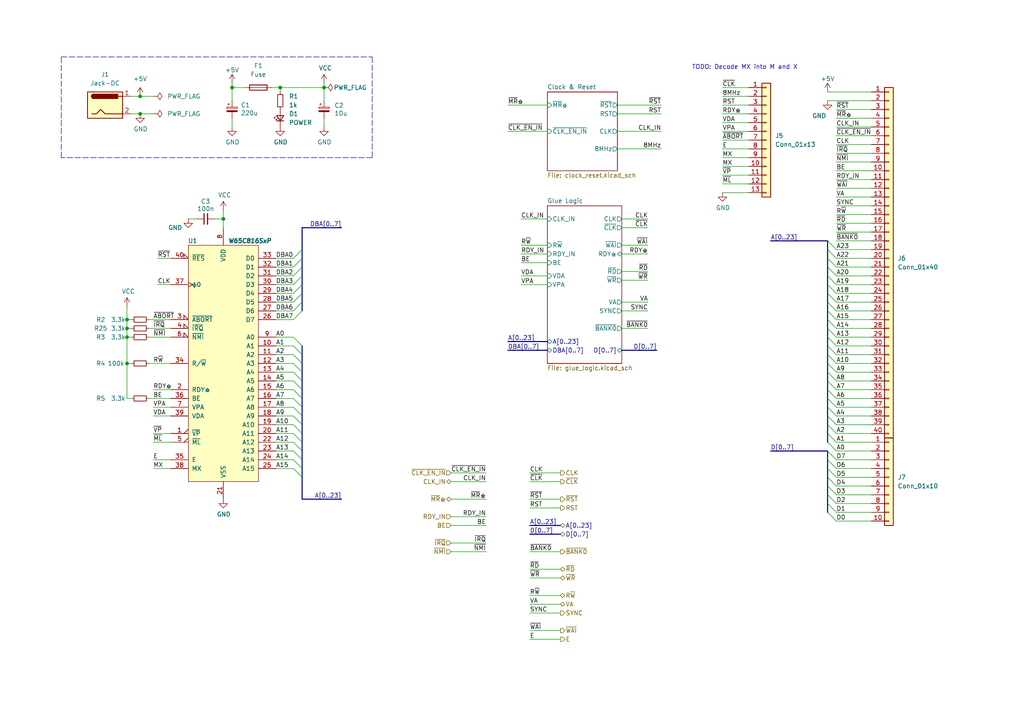
<source format=kicad_sch>
(kicad_sch (version 20211123) (generator eeschema)
  (paper "A4")
  (title_block (title "CPU breakout board") (date "2022-07-04") (rev "A.24") (comment 2 "https://github.com/adrienkohlbecker/65C816") (comment 3 "Licensed under CERN-OHL-W v2") (comment 4 "Copyright © 2022 Adrien Kohlbecker"))
  (lib_symbols
    (symbol "65C816:W65C816SxP" (pin_names (offset 1.016))
      (property "Reference" "U" (at -10.16 35.56 0))
      (property "Value" "W65C816SxP" (at 0 0 90))
      (symbol "W65C816SxP_0_1"
        (rectangle (start -10.16 34.29) (end 10.16 -34.29) (fill (type background)))
      )
      (symbol "W65C816SxP_1_1"
        (pin output output_low (at -15.24 -20.32 0) (length 5.08) (name "~{VP}") (number "1"))
        (pin tri_state line (at 15.24 5.08 180) (length 5.08) (name "A1") (number "10"))
        (pin tri_state line (at 15.24 2.54 180) (length 5.08) (name "A2") (number "11"))
        (pin tri_state line (at 15.24 0 180) (length 5.08) (name "A3") (number "12"))
        (pin tri_state line (at 15.24 -2.54 180) (length 5.08) (name "A4") (number "13"))
        (pin tri_state line (at 15.24 -5.08 180) (length 5.08) (name "A5") (number "14"))
        (pin tri_state line (at 15.24 -7.62 180) (length 5.08) (name "A6") (number "15"))
        (pin tri_state line (at 15.24 -10.16 180) (length 5.08) (name "A7") (number "16"))
        (pin tri_state line (at 15.24 -12.7 180) (length 5.08) (name "A8") (number "17"))
        (pin tri_state line (at 15.24 -15.24 180) (length 5.08) (name "A9") (number "18"))
        (pin tri_state line (at 15.24 -17.78 180) (length 5.08) (name "A10") (number "19"))
        (pin open_collector line (at -15.24 -7.62 0) (length 5.08) (name "RDY⎒") (number "2"))
        (pin tri_state line (at 15.24 -20.32 180) (length 5.08) (name "A11") (number "20"))
        (pin power_in line (at 0 -39.37 90) (length 5.08) (name "VSS") (number "21"))
        (pin tri_state line (at 15.24 -22.86 180) (length 5.08) (name "A12") (number "22"))
        (pin tri_state line (at 15.24 -25.4 180) (length 5.08) (name "A13") (number "23"))
        (pin tri_state line (at 15.24 -27.94 180) (length 5.08) (name "A14") (number "24"))
        (pin tri_state line (at 15.24 -30.48 180) (length 5.08) (name "A15") (number "25"))
        (pin bidirectional line (at 15.24 12.7 180) (length 5.08) (name "D7") (number "26"))
        (pin bidirectional line (at 15.24 15.24 180) (length 5.08) (name "D6") (number "27"))
        (pin bidirectional line (at 15.24 17.78 180) (length 5.08) (name "D5") (number "28"))
        (pin bidirectional line (at 15.24 20.32 180) (length 5.08) (name "D4") (number "29"))
        (pin input input_low (at -15.24 12.7 0) (length 5.08) (name "~{ABORT}") (number "3"))
        (pin bidirectional line (at 15.24 22.86 180) (length 5.08) (name "D3") (number "30"))
        (pin bidirectional line (at 15.24 25.4 180) (length 5.08) (name "D2") (number "31"))
        (pin bidirectional line (at 15.24 27.94 180) (length 5.08) (name "D1") (number "32"))
        (pin bidirectional line (at 15.24 30.48 180) (length 5.08) (name "D0") (number "33"))
        (pin tri_state line (at -15.24 0 0) (length 5.08) (name "R/~{W}") (number "34"))
        (pin output line (at -15.24 -27.94 0) (length 5.08) (name "E") (number "35"))
        (pin input line (at -15.24 -10.16 0) (length 5.08) (name "BE") (number "36"))
        (pin input clock (at -15.24 22.86 0) (length 5.08) (name "ϕ0") (number "37"))
        (pin output line (at -15.24 -30.48 0) (length 5.08) (name "MX") (number "38"))
        (pin output line (at -15.24 -15.24 0) (length 5.08) (name "VDA") (number "39"))
        (pin input input_low (at -15.24 10.16 0) (length 5.08) (name "~{IRQ}") (number "4"))
        (pin input input_low (at -15.24 30.48 0) (length 5.08) (name "~{RES}") (number "40"))
        (pin output output_low (at -15.24 -22.86 0) (length 5.08) (name "~{ML}") (number "5"))
        (pin input input_low (at -15.24 7.62 0) (length 5.08) (name "~{NMI}") (number "6"))
        (pin output line (at -15.24 -12.7 0) (length 5.08) (name "VPA") (number "7"))
        (pin power_in line (at 0 39.37 270) (length 5.08) (name "VDD") (number "8"))
        (pin tri_state line (at 15.24 7.62 180) (length 5.08) (name "A0") (number "9"))
      )
    )
    (symbol "Connector:Jack-DC" (pin_names (offset 1.016))
      (property "Reference" "J" (at 0 5.334 0))
      (property "Value" "Jack-DC" (at 0 -5.08 0))
      (symbol "Jack-DC_0_1"
        (rectangle (start -5.08 3.81) (end 5.08 -3.81) (stroke (width 0.254)) (fill (type background)))
        (arc (start -3.302 3.175) (mid -3.937 2.54) (end -3.302 1.905) (stroke (width 0.254)))
        (arc (start -3.302 3.175) (mid -3.937 2.54) (end -3.302 1.905) (stroke (width 0.254)) (fill (type outline)))
        (polyline (pts (xy 5.08 2.54) (xy 3.81 2.54)) (stroke (width 0.254)))
        (polyline (pts (xy -3.81 -2.54) (xy -2.54 -2.54) (xy -1.27 -1.27) (xy 0 -2.54) (xy 2.54 -2.54) (xy 5.08 -2.54)) (stroke (width 0.254)))
        (rectangle (start 3.683 3.175) (end -3.302 1.905) (stroke (width 0.254)) (fill (type outline)))
      )
      (symbol "Jack-DC_1_1"
        (pin passive line (at 7.62 2.54 180) (length 2.54) (name "~") (number "1"))
        (pin passive line (at 7.62 -2.54 180) (length 2.54) (name "~") (number "2"))
      )
    )
    (symbol "Connector_Generic:Conn_01x10" (pin_names (offset 1.016) hide)
      (property "Reference" "J" (at 0 12.7 0))
      (property "Value" "Conn_01x10" (at 0 -15.24 0))
      (symbol "Conn_01x10_1_1"
        (rectangle (start -1.27 -12.573) (end 0 -12.827) (stroke (width 0.1524)))
        (rectangle (start -1.27 -10.033) (end 0 -10.287) (stroke (width 0.1524)))
        (rectangle (start -1.27 -7.493) (end 0 -7.747) (stroke (width 0.1524)))
        (rectangle (start -1.27 -4.953) (end 0 -5.207) (stroke (width 0.1524)))
        (rectangle (start -1.27 -2.413) (end 0 -2.667) (stroke (width 0.1524)))
        (rectangle (start -1.27 0.127) (end 0 -0.127) (stroke (width 0.1524)))
        (rectangle (start -1.27 2.667) (end 0 2.413) (stroke (width 0.1524)))
        (rectangle (start -1.27 5.207) (end 0 4.953) (stroke (width 0.1524)))
        (rectangle (start -1.27 7.747) (end 0 7.493) (stroke (width 0.1524)))
        (rectangle (start -1.27 10.287) (end 0 10.033) (stroke (width 0.1524)))
        (rectangle (start -1.27 11.43) (end 1.27 -13.97) (stroke (width 0.254)) (fill (type background)))
        (pin passive line (at -5.08 10.16 0) (length 3.81) (name "Pin_1") (number "1"))
        (pin passive line (at -5.08 -12.7 0) (length 3.81) (name "Pin_10") (number "10"))
        (pin passive line (at -5.08 7.62 0) (length 3.81) (name "Pin_2") (number "2"))
        (pin passive line (at -5.08 5.08 0) (length 3.81) (name "Pin_3") (number "3"))
        (pin passive line (at -5.08 2.54 0) (length 3.81) (name "Pin_4") (number "4"))
        (pin passive line (at -5.08 0 0) (length 3.81) (name "Pin_5") (number "5"))
        (pin passive line (at -5.08 -2.54 0) (length 3.81) (name "Pin_6") (number "6"))
        (pin passive line (at -5.08 -5.08 0) (length 3.81) (name "Pin_7") (number "7"))
        (pin passive line (at -5.08 -7.62 0) (length 3.81) (name "Pin_8") (number "8"))
        (pin passive line (at -5.08 -10.16 0) (length 3.81) (name "Pin_9") (number "9"))
      )
    )
    (symbol "Connector_Generic:Conn_01x13" (pin_names (offset 1.016) hide)
      (property "Reference" "J" (at 0 17.78 0))
      (property "Value" "Conn_01x13" (at 0 -17.78 0))
      (symbol "Conn_01x13_1_1"
        (rectangle (start -1.27 -15.113) (end 0 -15.367) (stroke (width 0.1524)))
        (rectangle (start -1.27 -12.573) (end 0 -12.827) (stroke (width 0.1524)))
        (rectangle (start -1.27 -10.033) (end 0 -10.287) (stroke (width 0.1524)))
        (rectangle (start -1.27 -7.493) (end 0 -7.747) (stroke (width 0.1524)))
        (rectangle (start -1.27 -4.953) (end 0 -5.207) (stroke (width 0.1524)))
        (rectangle (start -1.27 -2.413) (end 0 -2.667) (stroke (width 0.1524)))
        (rectangle (start -1.27 0.127) (end 0 -0.127) (stroke (width 0.1524)))
        (rectangle (start -1.27 2.667) (end 0 2.413) (stroke (width 0.1524)))
        (rectangle (start -1.27 5.207) (end 0 4.953) (stroke (width 0.1524)))
        (rectangle (start -1.27 7.747) (end 0 7.493) (stroke (width 0.1524)))
        (rectangle (start -1.27 10.287) (end 0 10.033) (stroke (width 0.1524)))
        (rectangle (start -1.27 12.827) (end 0 12.573) (stroke (width 0.1524)))
        (rectangle (start -1.27 15.367) (end 0 15.113) (stroke (width 0.1524)))
        (rectangle (start -1.27 16.51) (end 1.27 -16.51) (stroke (width 0.254)) (fill (type background)))
        (pin passive line (at -5.08 15.24 0) (length 3.81) (name "Pin_1") (number "1"))
        (pin passive line (at -5.08 -7.62 0) (length 3.81) (name "Pin_10") (number "10"))
        (pin passive line (at -5.08 -10.16 0) (length 3.81) (name "Pin_11") (number "11"))
        (pin passive line (at -5.08 -12.7 0) (length 3.81) (name "Pin_12") (number "12"))
        (pin passive line (at -5.08 -15.24 0) (length 3.81) (name "Pin_13") (number "13"))
        (pin passive line (at -5.08 12.7 0) (length 3.81) (name "Pin_2") (number "2"))
        (pin passive line (at -5.08 10.16 0) (length 3.81) (name "Pin_3") (number "3"))
        (pin passive line (at -5.08 7.62 0) (length 3.81) (name "Pin_4") (number "4"))
        (pin passive line (at -5.08 5.08 0) (length 3.81) (name "Pin_5") (number "5"))
        (pin passive line (at -5.08 2.54 0) (length 3.81) (name "Pin_6") (number "6"))
        (pin passive line (at -5.08 0 0) (length 3.81) (name "Pin_7") (number "7"))
        (pin passive line (at -5.08 -2.54 0) (length 3.81) (name "Pin_8") (number "8"))
        (pin passive line (at -5.08 -5.08 0) (length 3.81) (name "Pin_9") (number "9"))
      )
    )
    (symbol "Connector_Generic:Conn_01x40" (pin_names (offset 1.016) hide)
      (property "Reference" "J" (at 0 50.8 0))
      (property "Value" "Conn_01x40" (at 0 -53.34 0))
      (symbol "Conn_01x40_1_1"
        (rectangle (start -1.27 -50.673) (end 0 -50.927) (stroke (width 0.1524)))
        (rectangle (start -1.27 -48.133) (end 0 -48.387) (stroke (width 0.1524)))
        (rectangle (start -1.27 -45.593) (end 0 -45.847) (stroke (width 0.1524)))
        (rectangle (start -1.27 -43.053) (end 0 -43.307) (stroke (width 0.1524)))
        (rectangle (start -1.27 -40.513) (end 0 -40.767) (stroke (width 0.1524)))
        (rectangle (start -1.27 -37.973) (end 0 -38.227) (stroke (width 0.1524)))
        (rectangle (start -1.27 -35.433) (end 0 -35.687) (stroke (width 0.1524)))
        (rectangle (start -1.27 -32.893) (end 0 -33.147) (stroke (width 0.1524)))
        (rectangle (start -1.27 -30.353) (end 0 -30.607) (stroke (width 0.1524)))
        (rectangle (start -1.27 -27.813) (end 0 -28.067) (stroke (width 0.1524)))
        (rectangle (start -1.27 -25.273) (end 0 -25.527) (stroke (width 0.1524)))
        (rectangle (start -1.27 -22.733) (end 0 -22.987) (stroke (width 0.1524)))
        (rectangle (start -1.27 -20.193) (end 0 -20.447) (stroke (width 0.1524)))
        (rectangle (start -1.27 -17.653) (end 0 -17.907) (stroke (width 0.1524)))
        (rectangle (start -1.27 -15.113) (end 0 -15.367) (stroke (width 0.1524)))
        (rectangle (start -1.27 -12.573) (end 0 -12.827) (stroke (width 0.1524)))
        (rectangle (start -1.27 -10.033) (end 0 -10.287) (stroke (width 0.1524)))
        (rectangle (start -1.27 -7.493) (end 0 -7.747) (stroke (width 0.1524)))
        (rectangle (start -1.27 -4.953) (end 0 -5.207) (stroke (width 0.1524)))
        (rectangle (start -1.27 -2.413) (end 0 -2.667) (stroke (width 0.1524)))
        (rectangle (start -1.27 0.127) (end 0 -0.127) (stroke (width 0.1524)))
        (rectangle (start -1.27 2.667) (end 0 2.413) (stroke (width 0.1524)))
        (rectangle (start -1.27 5.207) (end 0 4.953) (stroke (width 0.1524)))
        (rectangle (start -1.27 7.747) (end 0 7.493) (stroke (width 0.1524)))
        (rectangle (start -1.27 10.287) (end 0 10.033) (stroke (width 0.1524)))
        (rectangle (start -1.27 12.827) (end 0 12.573) (stroke (width 0.1524)))
        (rectangle (start -1.27 15.367) (end 0 15.113) (stroke (width 0.1524)))
        (rectangle (start -1.27 17.907) (end 0 17.653) (stroke (width 0.1524)))
        (rectangle (start -1.27 20.447) (end 0 20.193) (stroke (width 0.1524)))
        (rectangle (start -1.27 22.987) (end 0 22.733) (stroke (width 0.1524)))
        (rectangle (start -1.27 25.527) (end 0 25.273) (stroke (width 0.1524)))
        (rectangle (start -1.27 28.067) (end 0 27.813) (stroke (width 0.1524)))
        (rectangle (start -1.27 30.607) (end 0 30.353) (stroke (width 0.1524)))
        (rectangle (start -1.27 33.147) (end 0 32.893) (stroke (width 0.1524)))
        (rectangle (start -1.27 35.687) (end 0 35.433) (stroke (width 0.1524)))
        (rectangle (start -1.27 38.227) (end 0 37.973) (stroke (width 0.1524)))
        (rectangle (start -1.27 40.767) (end 0 40.513) (stroke (width 0.1524)))
        (rectangle (start -1.27 43.307) (end 0 43.053) (stroke (width 0.1524)))
        (rectangle (start -1.27 45.847) (end 0 45.593) (stroke (width 0.1524)))
        (rectangle (start -1.27 48.387) (end 0 48.133) (stroke (width 0.1524)))
        (rectangle (start -1.27 49.53) (end 1.27 -52.07) (stroke (width 0.254)) (fill (type background)))
        (pin passive line (at -5.08 48.26 0) (length 3.81) (name "Pin_1") (number "1"))
        (pin passive line (at -5.08 25.4 0) (length 3.81) (name "Pin_10") (number "10"))
        (pin passive line (at -5.08 22.86 0) (length 3.81) (name "Pin_11") (number "11"))
        (pin passive line (at -5.08 20.32 0) (length 3.81) (name "Pin_12") (number "12"))
        (pin passive line (at -5.08 17.78 0) (length 3.81) (name "Pin_13") (number "13"))
        (pin passive line (at -5.08 15.24 0) (length 3.81) (name "Pin_14") (number "14"))
        (pin passive line (at -5.08 12.7 0) (length 3.81) (name "Pin_15") (number "15"))
        (pin passive line (at -5.08 10.16 0) (length 3.81) (name "Pin_16") (number "16"))
        (pin passive line (at -5.08 7.62 0) (length 3.81) (name "Pin_17") (number "17"))
        (pin passive line (at -5.08 5.08 0) (length 3.81) (name "Pin_18") (number "18"))
        (pin passive line (at -5.08 2.54 0) (length 3.81) (name "Pin_19") (number "19"))
        (pin passive line (at -5.08 45.72 0) (length 3.81) (name "Pin_2") (number "2"))
        (pin passive line (at -5.08 0 0) (length 3.81) (name "Pin_20") (number "20"))
        (pin passive line (at -5.08 -2.54 0) (length 3.81) (name "Pin_21") (number "21"))
        (pin passive line (at -5.08 -5.08 0) (length 3.81) (name "Pin_22") (number "22"))
        (pin passive line (at -5.08 -7.62 0) (length 3.81) (name "Pin_23") (number "23"))
        (pin passive line (at -5.08 -10.16 0) (length 3.81) (name "Pin_24") (number "24"))
        (pin passive line (at -5.08 -12.7 0) (length 3.81) (name "Pin_25") (number "25"))
        (pin passive line (at -5.08 -15.24 0) (length 3.81) (name "Pin_26") (number "26"))
        (pin passive line (at -5.08 -17.78 0) (length 3.81) (name "Pin_27") (number "27"))
        (pin passive line (at -5.08 -20.32 0) (length 3.81) (name "Pin_28") (number "28"))
        (pin passive line (at -5.08 -22.86 0) (length 3.81) (name "Pin_29") (number "29"))
        (pin passive line (at -5.08 43.18 0) (length 3.81) (name "Pin_3") (number "3"))
        (pin passive line (at -5.08 -25.4 0) (length 3.81) (name "Pin_30") (number "30"))
        (pin passive line (at -5.08 -27.94 0) (length 3.81) (name "Pin_31") (number "31"))
        (pin passive line (at -5.08 -30.48 0) (length 3.81) (name "Pin_32") (number "32"))
        (pin passive line (at -5.08 -33.02 0) (length 3.81) (name "Pin_33") (number "33"))
        (pin passive line (at -5.08 -35.56 0) (length 3.81) (name "Pin_34") (number "34"))
        (pin passive line (at -5.08 -38.1 0) (length 3.81) (name "Pin_35") (number "35"))
        (pin passive line (at -5.08 -40.64 0) (length 3.81) (name "Pin_36") (number "36"))
        (pin passive line (at -5.08 -43.18 0) (length 3.81) (name "Pin_37") (number "37"))
        (pin passive line (at -5.08 -45.72 0) (length 3.81) (name "Pin_38") (number "38"))
        (pin passive line (at -5.08 -48.26 0) (length 3.81) (name "Pin_39") (number "39"))
        (pin passive line (at -5.08 40.64 0) (length 3.81) (name "Pin_4") (number "4"))
        (pin passive line (at -5.08 -50.8 0) (length 3.81) (name "Pin_40") (number "40"))
        (pin passive line (at -5.08 38.1 0) (length 3.81) (name "Pin_5") (number "5"))
        (pin passive line (at -5.08 35.56 0) (length 3.81) (name "Pin_6") (number "6"))
        (pin passive line (at -5.08 33.02 0) (length 3.81) (name "Pin_7") (number "7"))
        (pin passive line (at -5.08 30.48 0) (length 3.81) (name "Pin_8") (number "8"))
        (pin passive line (at -5.08 27.94 0) (length 3.81) (name "Pin_9") (number "9"))
      )
    )
    (symbol "Device:C_Polarized_Small" (pin_numbers hide) (pin_names (offset 0.254) hide)
      (property "Reference" "C" (at 0.254 1.778 0))
      (property "Value" "C_Polarized_Small" (at 0.254 -2.032 0))
      (symbol "C_Polarized_Small_0_1"
        (rectangle (start -1.524 -0.3048) (end 1.524 -0.6858) (fill (type outline)))
        (rectangle (start -1.524 0.6858) (end 1.524 0.3048))
        (polyline (pts (xy -1.27 1.524) (xy -0.762 1.524)))
        (polyline (pts (xy -1.016 1.27) (xy -1.016 1.778)))
      )
      (symbol "C_Polarized_Small_1_1"
        (pin passive line (at 0 2.54 270) (length 1.8542) (name "~") (number "1"))
        (pin passive line (at 0 -2.54 90) (length 1.8542) (name "~") (number "2"))
      )
    )
    (symbol "Device:C_Small" (pin_numbers hide) (pin_names (offset 0.254) hide)
      (property "Reference" "C" (at 0.254 1.778 0))
      (property "Value" "C_Small" (at 0.254 -2.032 0))
      (symbol "C_Small_0_1"
        (polyline (pts (xy -1.524 -0.508) (xy 1.524 -0.508)) (stroke (width 0.3302)))
        (polyline (pts (xy -1.524 0.508) (xy 1.524 0.508)) (stroke (width 0.3048)))
      )
      (symbol "C_Small_1_1"
        (pin passive line (at 0 2.54 270) (length 2.032) (name "~") (number "1"))
        (pin passive line (at 0 -2.54 90) (length 2.032) (name "~") (number "2"))
      )
    )
    (symbol "Device:Fuse" (pin_numbers hide) (pin_names (offset 0))
      (property "Reference" "F" (at 2.032 0 90))
      (property "Value" "Fuse" (at -1.905 0 90))
      (symbol "Fuse_0_1"
        (rectangle (start -0.762 -2.54) (end 0.762 2.54) (stroke (width 0.254)))
        (polyline (pts (xy 0 2.54) (xy 0 -2.54)))
      )
      (symbol "Fuse_1_1"
        (pin passive line (at 0 3.81 270) (length 1.27) (name "~") (number "1"))
        (pin passive line (at 0 -3.81 90) (length 1.27) (name "~") (number "2"))
      )
    )
    (symbol "Device:LED_Small" (pin_numbers hide) (pin_names (offset 0.254) hide)
      (property "Reference" "D" (at -1.27 3.175 0))
      (property "Value" "LED_Small" (at -4.445 -2.54 0))
      (symbol "LED_Small_0_1"
        (polyline (pts (xy -0.762 -1.016) (xy -0.762 1.016)) (stroke (width 0.254)))
        (polyline (pts (xy 1.016 0) (xy -0.762 0)))
        (polyline (pts (xy 0.762 -1.016) (xy -0.762 0) (xy 0.762 1.016) (xy 0.762 -1.016)) (stroke (width 0.254)))
        (polyline (pts (xy 0 0.762) (xy -0.508 1.27) (xy -0.254 1.27) (xy -0.508 1.27) (xy -0.508 1.016)))
        (polyline (pts (xy 0.508 1.27) (xy 0 1.778) (xy 0.254 1.778) (xy 0 1.778) (xy 0 1.524)))
      )
      (symbol "LED_Small_1_1"
        (pin passive line (at -2.54 0 0) (length 1.778) (name "K") (number "1"))
        (pin passive line (at 2.54 0 180) (length 1.778) (name "A") (number "2"))
      )
    )
    (symbol "Device:R_Small" (pin_numbers hide) (pin_names (offset 0.254) hide)
      (property "Reference" "R" (at 0.762 0.508 0))
      (property "Value" "R_Small" (at 0.762 -1.016 0))
      (symbol "R_Small_0_1"
        (rectangle (start -0.762 1.778) (end 0.762 -1.778) (stroke (width 0.2032)))
      )
      (symbol "R_Small_1_1"
        (pin passive line (at 0 2.54 270) (length 0.762) (name "~") (number "1"))
        (pin passive line (at 0 -2.54 90) (length 0.762) (name "~") (number "2"))
      )
    )
    (symbol "power:+5V" (power) (pin_names (offset 0))
      (property "Value" "+5V" (at 0 3.556 0))
      (symbol "+5V_0_1"
        (polyline (pts (xy -0.762 1.27) (xy 0 2.54)))
        (polyline (pts (xy 0 0) (xy 0 2.54)))
        (polyline (pts (xy 0 2.54) (xy 0.762 1.27)))
      )
      (symbol "+5V_1_1"
        (pin power_in line (at 0 0 90) (length 0) hide (name "+5V") (number "1"))
      )
    )
    (symbol "power:GND" (power) (pin_names (offset 0))
      (property "Value" "GND" (at 0 -3.81 0))
      (symbol "GND_0_1"
        (polyline (pts (xy 0 0) (xy 0 -1.27) (xy 1.27 -1.27) (xy 0 -2.54) (xy -1.27 -1.27) (xy 0 -1.27)))
      )
      (symbol "GND_1_1"
        (pin power_in line (at 0 0 270) (length 0) hide (name "GND") (number "1"))
      )
    )
    (symbol "power:PWR_FLAG" (power) (pin_numbers hide) (pin_names (offset 0) hide)
      (property "Value" "PWR_FLAG" (at 0 3.81 0))
      (symbol "PWR_FLAG_0_0"
        (pin power_out line (at 0 0 90) (length 0) (name "pwr") (number "1"))
      )
      (symbol "PWR_FLAG_0_1"
        (polyline (pts (xy 0 0) (xy 0 1.27) (xy -1.016 1.905) (xy 0 2.54) (xy 1.016 1.905) (xy 0 1.27)))
      )
    )
    (symbol "power:VCC" (power) (pin_names (offset 0))
      (property "Value" "VCC" (at 0 3.81 0))
      (symbol "VCC_0_1"
        (polyline (pts (xy -0.762 1.27) (xy 0 2.54)))
        (polyline (pts (xy 0 0) (xy 0 2.54)))
        (polyline (pts (xy 0 2.54) (xy 0.762 1.27)))
      )
      (symbol "VCC_1_1"
        (pin power_in line (at 0 0 90) (length 0) hide (name "VCC") (number "1"))
      )
    )
  )
  (junction (at 36.83 95.25))
  (junction (at 40.64 27.94))
  (junction (at 40.64 33.02))
  (junction (at 36.83 92.71))
  (junction (at 93.98 25.4))
  (junction (at 81.28 25.4))
  (junction (at 67.31 25.4))
  (junction (at 36.83 97.79))
  (junction (at 36.83 105.41))
  (junction (at 64.77 63.5))
  (bus_entry (at 240.03 118.11) (size 2.54 2.54))
  (bus_entry (at 240.03 110.49) (size 2.54 2.54))
  (bus_entry (at 240.03 97.79) (size 2.54 2.54))
  (bus_entry (at 240.03 72.39) (size 2.54 2.54))
  (bus_entry (at 240.03 125.73) (size 2.54 2.54))
  (bus_entry (at 240.03 74.93) (size 2.54 2.54))
  (bus_entry (at 240.03 100.33) (size 2.54 2.54))
  (bus_entry (at 240.03 148.59) (size 2.54 2.54))
  (bus_entry (at 240.03 85.09) (size 2.54 2.54))
  (bus_entry (at 240.03 143.51) (size 2.54 2.54))
  (bus_entry (at 85.09 102.87) (size 2.54 2.54))
  (bus_entry (at 240.03 133.35) (size 2.54 2.54))
  (bus_entry (at 240.03 87.63) (size 2.54 2.54))
  (bus_entry (at 240.03 95.25) (size 2.54 2.54))
  (bus_entry (at 240.03 140.97) (size 2.54 2.54))
  (bus_entry (at 87.63 85.09) (size -2.54 2.54))
  (bus_entry (at 85.09 123.19) (size 2.54 2.54))
  (bus_entry (at 240.03 82.55) (size 2.54 2.54))
  (bus_entry (at 240.03 123.19) (size 2.54 2.54))
  (bus_entry (at 240.03 135.89) (size 2.54 2.54))
  (bus_entry (at 240.03 138.43) (size 2.54 2.54))
  (bus_entry (at 240.03 130.81) (size 2.54 2.54))
  (bus_entry (at 85.09 97.79) (size 2.54 2.54))
  (bus_entry (at 240.03 105.41) (size 2.54 2.54))
  (bus_entry (at 85.09 118.11) (size 2.54 2.54))
  (bus_entry (at 240.03 90.17) (size 2.54 2.54))
  (bus_entry (at 240.03 115.57) (size 2.54 2.54))
  (bus_entry (at 240.03 80.01) (size 2.54 2.54))
  (bus_entry (at 240.03 113.03) (size 2.54 2.54))
  (bus_entry (at 85.09 125.73) (size 2.54 2.54))
  (bus_entry (at 240.03 146.05) (size 2.54 2.54))
  (bus_entry (at 87.63 77.47) (size -2.54 2.54))
  (bus_entry (at 85.09 115.57) (size 2.54 2.54))
  (bus_entry (at 240.03 102.87) (size 2.54 2.54))
  (bus_entry (at 87.63 72.39) (size -2.54 2.54))
  (bus_entry (at 240.03 69.85) (size 2.54 2.54))
  (bus_entry (at 85.09 128.27) (size 2.54 2.54))
  (bus_entry (at 85.09 113.03) (size 2.54 2.54))
  (bus_entry (at 85.09 100.33) (size 2.54 2.54))
  (bus_entry (at 85.09 135.89) (size 2.54 2.54))
  (bus_entry (at 240.03 120.65) (size 2.54 2.54))
  (bus_entry (at 87.63 74.93) (size -2.54 2.54))
  (bus_entry (at 240.03 77.47) (size 2.54 2.54))
  (bus_entry (at 240.03 92.71) (size 2.54 2.54))
  (bus_entry (at 85.09 105.41) (size 2.54 2.54))
  (bus_entry (at 85.09 110.49) (size 2.54 2.54))
  (bus_entry (at 87.63 82.55) (size -2.54 2.54))
  (bus_entry (at 85.09 120.65) (size 2.54 2.54))
  (bus_entry (at 87.63 80.01) (size -2.54 2.54))
  (bus_entry (at 240.03 107.95) (size 2.54 2.54))
  (bus_entry (at 85.09 107.95) (size 2.54 2.54))
  (bus_entry (at 85.09 130.81) (size 2.54 2.54))
  (bus_entry (at 87.63 90.17) (size -2.54 2.54))
  (bus_entry (at 240.03 128.27) (size 2.54 2.54))
  (bus_entry (at 87.63 87.63) (size -2.54 2.54))
  (bus_entry (at 85.09 133.35) (size 2.54 2.54))
  (bus (pts (xy 240.03 140.97) (xy 240.03 143.51)))
  (bus (pts (xy 240.03 74.93) (xy 240.03 72.39)))
  (wire (pts (xy 242.57 57.15) (xy 252.73 57.15)))
  (wire (pts (xy 80.01 82.55) (xy 85.09 82.55)))
  (wire (pts (xy 85.09 113.03) (xy 80.01 113.03)))
  (wire (pts (xy 242.57 92.71) (xy 252.73 92.71)))
  (wire (pts (xy 44.45 120.65) (xy 49.53 120.65)))
  (wire (pts (xy 36.83 88.9) (xy 36.83 92.71)))
  (wire (pts (xy 45.72 82.55) (xy 49.53 82.55)))
  (wire (pts (xy 242.57 46.99) (xy 252.73 46.99)))
  (wire (pts (xy 80.01 87.63) (xy 85.09 87.63)))
  (wire (pts (xy 36.83 97.79) (xy 38.1 97.79)))
  (bus (pts (xy 87.63 115.57) (xy 87.63 118.11)))
  (wire (pts (xy 242.57 54.61) (xy 252.73 54.61)))
  (wire (pts (xy 153.67 177.8) (xy 162.56 177.8)))
  (bus (pts (xy 240.03 105.41) (xy 240.03 102.87)))
  (wire (pts (xy 242.57 77.47) (xy 252.73 77.47)))
  (wire (pts (xy 36.83 115.57) (xy 38.1 115.57)))
  (wire (pts (xy 80.01 130.81) (xy 85.09 130.81)))
  (wire (pts (xy 242.57 64.77) (xy 252.73 64.77)))
  (wire (pts (xy 242.57 110.49) (xy 252.73 110.49)))
  (wire (pts (xy 242.57 34.29) (xy 252.73 34.29)))
  (wire (pts (xy 153.67 139.7) (xy 162.56 139.7)))
  (wire (pts (xy 242.57 105.41) (xy 252.73 105.41)))
  (bus (pts (xy 87.63 85.09) (xy 87.63 87.63)))
  (bus (pts (xy 240.03 90.17) (xy 240.03 87.63)))
  (bus (pts (xy 87.63 135.89) (xy 87.63 138.43)))
  (wire (pts (xy 191.77 38.1) (xy 179.07 38.1)))
  (wire (pts (xy 242.57 52.07) (xy 252.73 52.07)))
  (polyline (pts (xy 17.78 16.51) (xy 107.95 16.51)))
  (bus (pts (xy 240.03 118.11) (xy 240.03 115.57)))
  (bus (pts (xy 240.03 138.43) (xy 240.03 140.97)))
  (bus (pts (xy 87.63 128.27) (xy 87.63 130.81)))
  (bus (pts (xy 240.03 135.89) (xy 240.03 138.43)))
  (wire (pts (xy 179.07 30.48) (xy 191.77 30.48)))
  (wire (pts (xy 62.23 63.5) (xy 64.77 63.5)))
  (wire (pts (xy 43.18 95.25) (xy 49.53 95.25)))
  (wire (pts (xy 36.83 97.79) (xy 36.83 105.41)))
  (wire (pts (xy 67.31 25.4) (xy 71.12 25.4)))
  (wire (pts (xy 80.01 135.89) (xy 85.09 135.89)))
  (wire (pts (xy 130.81 144.78) (xy 140.97 144.78)))
  (wire (pts (xy 38.1 33.02) (xy 40.64 33.02)))
  (bus (pts (xy 240.03 115.57) (xy 240.03 113.03)))
  (wire (pts (xy 36.83 92.71) (xy 36.83 95.25)))
  (wire (pts (xy 242.57 113.03) (xy 252.73 113.03)))
  (wire (pts (xy 80.01 115.57) (xy 85.09 115.57)))
  (wire (pts (xy 180.34 78.74) (xy 187.96 78.74)))
  (wire (pts (xy 151.13 73.66) (xy 158.75 73.66)))
  (wire (pts (xy 179.07 33.02) (xy 191.77 33.02)))
  (wire (pts (xy 242.57 80.01) (xy 252.73 80.01)))
  (wire (pts (xy 242.57 100.33) (xy 252.73 100.33)))
  (wire (pts (xy 240.03 29.21) (xy 252.73 29.21)))
  (wire (pts (xy 147.32 30.48) (xy 158.75 30.48)))
  (wire (pts (xy 153.67 165.1) (xy 162.56 165.1)))
  (bus (pts (xy 240.03 146.05) (xy 240.03 148.59)))
  (bus (pts (xy 87.63 87.63) (xy 87.63 90.17)))
  (wire (pts (xy 242.57 62.23) (xy 252.73 62.23)))
  (wire (pts (xy 85.09 90.17) (xy 80.01 90.17)))
  (wire (pts (xy 43.18 92.71) (xy 49.53 92.71)))
  (wire (pts (xy 242.57 130.81) (xy 252.73 130.81)))
  (wire (pts (xy 242.57 151.13) (xy 252.73 151.13)))
  (wire (pts (xy 242.57 31.75) (xy 252.73 31.75)))
  (wire (pts (xy 80.01 77.47) (xy 85.09 77.47)))
  (wire (pts (xy 80.01 120.65) (xy 85.09 120.65)))
  (bus (pts (xy 87.63 118.11) (xy 87.63 120.65)))
  (bus (pts (xy 240.03 102.87) (xy 240.03 100.33)))
  (wire (pts (xy 64.77 63.5) (xy 64.77 66.04)))
  (bus (pts (xy 147.32 101.6) (xy 158.75 101.6)))
  (wire (pts (xy 151.13 71.12) (xy 158.75 71.12)))
  (wire (pts (xy 81.28 25.4) (xy 81.28 26.67)))
  (wire (pts (xy 242.57 49.53) (xy 252.73 49.53)))
  (bus (pts (xy 240.03 80.01) (xy 240.03 77.47)))
  (wire (pts (xy 209.55 33.02) (xy 217.17 33.02)))
  (wire (pts (xy 209.55 50.8) (xy 217.17 50.8)))
  (wire (pts (xy 242.57 90.17) (xy 252.73 90.17)))
  (wire (pts (xy 85.09 97.79) (xy 80.01 97.79)))
  (bus (pts (xy 240.03 125.73) (xy 240.03 123.19)))
  (wire (pts (xy 242.57 85.09) (xy 252.73 85.09)))
  (wire (pts (xy 38.1 105.41) (xy 36.83 105.41)))
  (wire (pts (xy 242.57 44.45) (xy 252.73 44.45)))
  (wire (pts (xy 151.13 76.2) (xy 158.75 76.2)))
  (wire (pts (xy 153.67 137.16) (xy 162.56 137.16)))
  (bus (pts (xy 240.03 95.25) (xy 240.03 92.71)))
  (bus (pts (xy 87.63 102.87) (xy 87.63 105.41)))
  (bus (pts (xy 87.63 138.43) (xy 87.63 144.78)))
  (wire (pts (xy 242.57 39.37) (xy 252.73 39.37)))
  (wire (pts (xy 36.83 95.25) (xy 38.1 95.25)))
  (wire (pts (xy 44.45 125.73) (xy 49.53 125.73)))
  (polyline (pts (xy 17.78 45.72) (xy 17.78 16.51)))
  (wire (pts (xy 67.31 36.83) (xy 67.31 34.29)))
  (wire (pts (xy 44.45 128.27) (xy 49.53 128.27)))
  (bus (pts (xy 240.03 128.27) (xy 240.03 125.73)))
  (wire (pts (xy 242.57 148.59) (xy 252.73 148.59)))
  (wire (pts (xy 54.61 63.5) (xy 57.15 63.5)))
  (wire (pts (xy 80.01 100.33) (xy 85.09 100.33)))
  (wire (pts (xy 209.55 25.4) (xy 217.17 25.4)))
  (wire (pts (xy 38.1 27.94) (xy 40.64 27.94)))
  (wire (pts (xy 242.57 102.87) (xy 252.73 102.87)))
  (bus (pts (xy 87.63 105.41) (xy 87.63 107.95)))
  (wire (pts (xy 209.55 48.26) (xy 217.17 48.26)))
  (bus (pts (xy 87.63 123.19) (xy 87.63 125.73)))
  (wire (pts (xy 40.64 33.02) (xy 44.45 33.02)))
  (wire (pts (xy 130.81 160.02) (xy 140.97 160.02)))
  (wire (pts (xy 242.57 138.43) (xy 252.73 138.43)))
  (bus (pts (xy 240.03 85.09) (xy 240.03 82.55)))
  (wire (pts (xy 36.83 92.71) (xy 38.1 92.71)))
  (wire (pts (xy 242.57 118.11) (xy 252.73 118.11)))
  (wire (pts (xy 153.67 175.26) (xy 162.56 175.26)))
  (bus (pts (xy 87.63 66.04) (xy 99.06 66.04)))
  (bus (pts (xy 240.03 72.39) (xy 240.03 69.85)))
  (wire (pts (xy 130.81 157.48) (xy 140.97 157.48)))
  (wire (pts (xy 242.57 87.63) (xy 252.73 87.63)))
  (wire (pts (xy 49.53 74.93) (xy 45.72 74.93)))
  (bus (pts (xy 87.63 74.93) (xy 87.63 77.47)))
  (wire (pts (xy 44.45 133.35) (xy 49.53 133.35)))
  (wire (pts (xy 151.13 80.01) (xy 158.75 80.01)))
  (wire (pts (xy 85.09 123.19) (xy 80.01 123.19)))
  (wire (pts (xy 242.57 41.91) (xy 252.73 41.91)))
  (wire (pts (xy 85.09 133.35) (xy 80.01 133.35)))
  (wire (pts (xy 43.18 105.41) (xy 49.53 105.41)))
  (wire (pts (xy 153.67 160.02) (xy 162.56 160.02)))
  (wire (pts (xy 209.55 27.94) (xy 217.17 27.94)))
  (bus (pts (xy 87.63 80.01) (xy 87.63 82.55)))
  (wire (pts (xy 80.01 125.73) (xy 85.09 125.73)))
  (wire (pts (xy 93.98 24.13) (xy 93.98 25.4)))
  (wire (pts (xy 242.57 72.39) (xy 252.73 72.39)))
  (wire (pts (xy 180.34 95.25) (xy 187.96 95.25)))
  (wire (pts (xy 44.45 135.89) (xy 49.53 135.89)))
  (wire (pts (xy 44.45 118.11) (xy 49.53 118.11)))
  (bus (pts (xy 87.63 66.04) (xy 87.63 72.39)))
  (wire (pts (xy 242.57 135.89) (xy 252.73 135.89)))
  (bus (pts (xy 87.63 110.49) (xy 87.63 113.03)))
  (wire (pts (xy 36.83 95.25) (xy 36.83 97.79)))
  (wire (pts (xy 209.55 38.1) (xy 217.17 38.1)))
  (bus (pts (xy 240.03 123.19) (xy 240.03 120.65)))
  (bus (pts (xy 87.63 125.73) (xy 87.63 128.27)))
  (bus (pts (xy 223.52 130.81) (xy 240.03 130.81)))
  (bus (pts (xy 147.32 99.06) (xy 158.75 99.06)))
  (bus (pts (xy 240.03 130.81) (xy 240.03 133.35)))
  (wire (pts (xy 180.34 73.66) (xy 187.96 73.66)))
  (bus (pts (xy 240.03 133.35) (xy 240.03 135.89)))
  (wire (pts (xy 43.18 97.79) (xy 49.53 97.79)))
  (bus (pts (xy 87.63 72.39) (xy 87.63 74.93)))
  (wire (pts (xy 180.34 90.17) (xy 187.96 90.17)))
  (wire (pts (xy 209.55 55.88) (xy 217.17 55.88)))
  (bus (pts (xy 240.03 92.71) (xy 240.03 90.17)))
  (bus (pts (xy 87.63 100.33) (xy 87.63 102.87)))
  (wire (pts (xy 85.09 80.01) (xy 80.01 80.01)))
  (wire (pts (xy 209.55 30.48) (xy 217.17 30.48)))
  (wire (pts (xy 187.96 66.04) (xy 180.34 66.04)))
  (bus (pts (xy 240.03 100.33) (xy 240.03 97.79)))
  (wire (pts (xy 242.57 120.65) (xy 252.73 120.65)))
  (wire (pts (xy 242.57 59.69) (xy 252.73 59.69)))
  (wire (pts (xy 151.13 82.55) (xy 158.75 82.55)))
  (wire (pts (xy 242.57 97.79) (xy 252.73 97.79)))
  (wire (pts (xy 153.67 172.72) (xy 162.56 172.72)))
  (wire (pts (xy 153.67 182.88) (xy 162.56 182.88)))
  (wire (pts (xy 242.57 67.31) (xy 252.73 67.31)))
  (wire (pts (xy 242.57 107.95) (xy 252.73 107.95)))
  (bus (pts (xy 223.52 69.85) (xy 240.03 69.85)))
  (bus (pts (xy 87.63 133.35) (xy 87.63 135.89)))
  (bus (pts (xy 240.03 113.03) (xy 240.03 110.49)))
  (wire (pts (xy 242.57 140.97) (xy 252.73 140.97)))
  (wire (pts (xy 242.57 133.35) (xy 252.73 133.35)))
  (wire (pts (xy 209.55 43.18) (xy 217.17 43.18)))
  (wire (pts (xy 240.03 26.67) (xy 252.73 26.67)))
  (wire (pts (xy 130.81 139.7) (xy 140.97 139.7)))
  (wire (pts (xy 209.55 53.34) (xy 217.17 53.34)))
  (bus (pts (xy 87.63 120.65) (xy 87.63 123.19)))
  (wire (pts (xy 80.01 92.71) (xy 85.09 92.71)))
  (wire (pts (xy 242.57 69.85) (xy 252.73 69.85)))
  (wire (pts (xy 242.57 95.25) (xy 252.73 95.25)))
  (bus (pts (xy 240.03 97.79) (xy 240.03 95.25)))
  (wire (pts (xy 242.57 36.83) (xy 252.73 36.83)))
  (wire (pts (xy 187.96 63.5) (xy 180.34 63.5)))
  (bus (pts (xy 240.03 87.63) (xy 240.03 85.09)))
  (bus (pts (xy 153.67 154.94) (xy 162.56 154.94)))
  (wire (pts (xy 242.57 125.73) (xy 252.73 125.73)))
  (wire (pts (xy 147.32 38.1) (xy 158.75 38.1)))
  (wire (pts (xy 80.01 110.49) (xy 85.09 110.49)))
  (bus (pts (xy 87.63 130.81) (xy 87.63 133.35)))
  (bus (pts (xy 87.63 113.03) (xy 87.63 115.57)))
  (wire (pts (xy 85.09 102.87) (xy 80.01 102.87)))
  (bus (pts (xy 87.63 144.78) (xy 99.06 144.78)))
  (wire (pts (xy 67.31 24.13) (xy 67.31 25.4)))
  (wire (pts (xy 130.81 137.16) (xy 140.97 137.16)))
  (bus (pts (xy 240.03 82.55) (xy 240.03 80.01)))
  (wire (pts (xy 242.57 115.57) (xy 252.73 115.57)))
  (bus (pts (xy 87.63 107.95) (xy 87.63 110.49)))
  (bus (pts (xy 87.63 82.55) (xy 87.63 85.09)))
  (wire (pts (xy 153.67 185.42) (xy 162.56 185.42)))
  (wire (pts (xy 242.57 74.93) (xy 252.73 74.93)))
  (wire (pts (xy 78.74 25.4) (xy 81.28 25.4)))
  (wire (pts (xy 179.07 43.18) (xy 191.77 43.18)))
  (wire (pts (xy 40.64 27.94) (xy 44.45 27.94)))
  (wire (pts (xy 93.98 25.4) (xy 93.98 29.21)))
  (bus (pts (xy 180.34 101.6) (xy 190.5 101.6)))
  (polyline (pts (xy 107.95 16.51) (xy 107.95 45.72)))
  (wire (pts (xy 153.67 147.32) (xy 162.56 147.32)))
  (wire (pts (xy 242.57 128.27) (xy 252.73 128.27)))
  (wire (pts (xy 209.55 35.56) (xy 217.17 35.56)))
  (bus (pts (xy 87.63 77.47) (xy 87.63 80.01)))
  (wire (pts (xy 242.57 82.55) (xy 252.73 82.55)))
  (bus (pts (xy 240.03 110.49) (xy 240.03 107.95)))
  (polyline (pts (xy 107.95 45.72) (xy 17.78 45.72)))
  (wire (pts (xy 153.67 167.64) (xy 162.56 167.64)))
  (bus (pts (xy 240.03 143.51) (xy 240.03 146.05)))
  (wire (pts (xy 67.31 29.21) (xy 67.31 25.4)))
  (wire (pts (xy 85.09 85.09) (xy 80.01 85.09)))
  (wire (pts (xy 43.18 115.57) (xy 49.53 115.57)))
  (wire (pts (xy 153.67 144.78) (xy 162.56 144.78)))
  (wire (pts (xy 130.81 152.4) (xy 140.97 152.4)))
  (wire (pts (xy 93.98 36.83) (xy 93.98 34.29)))
  (wire (pts (xy 180.34 87.63) (xy 187.96 87.63)))
  (wire (pts (xy 64.77 60.96) (xy 64.77 63.5)))
  (wire (pts (xy 85.09 128.27) (xy 80.01 128.27)))
  (wire (pts (xy 151.13 63.5) (xy 158.75 63.5)))
  (wire (pts (xy 85.09 118.11) (xy 80.01 118.11)))
  (wire (pts (xy 36.83 105.41) (xy 36.83 115.57)))
  (bus (pts (xy 240.03 77.47) (xy 240.03 74.93)))
  (wire (pts (xy 242.57 143.51) (xy 252.73 143.51)))
  (wire (pts (xy 130.81 149.86) (xy 140.97 149.86)))
  (wire (pts (xy 242.57 123.19) (xy 252.73 123.19)))
  (wire (pts (xy 85.09 74.93) (xy 80.01 74.93)))
  (bus (pts (xy 240.03 120.65) (xy 240.03 118.11)))
  (wire (pts (xy 209.55 45.72) (xy 217.17 45.72)))
  (wire (pts (xy 242.57 146.05) (xy 252.73 146.05)))
  (wire (pts (xy 180.34 81.28) (xy 187.96 81.28)))
  (wire (pts (xy 44.45 113.03) (xy 49.53 113.03)))
  (bus (pts (xy 153.67 152.4) (xy 162.56 152.4)))
  (wire (pts (xy 81.28 25.4) (xy 93.98 25.4)))
  (bus (pts (xy 240.03 107.95) (xy 240.03 105.41)))
  (wire (pts (xy 209.55 40.64) (xy 217.17 40.64)))
  (wire (pts (xy 180.34 71.12) (xy 187.96 71.12)))
  (wire (pts (xy 80.01 105.41) (xy 85.09 105.41)))
  (wire (pts (xy 85.09 107.95) (xy 80.01 107.95)))
  (text "TODO: Decode MX into M and X" (at 200.66 20.32 0) (effects (font (size 1.27 1.27)) (justify left bottom)))
  (label "VDA" (at 151.13 80.01 0))
  (label "CLK" (at 187.96 63.5 180))
  (label "R~{W}" (at 153.67 172.72 0))
  (label "A17" (at 242.57 87.63 0))
  (label "SYNC" (at 187.96 90.17 180))
  (label "DBA4" (at 80.01 85.09 0))
  (label "A16" (at 242.57 90.17 0))
  (label "~{BANK0}" (at 153.67 160.02 0))
  (label "A0" (at 80.01 97.79 0))
  (label "R~{W}" (at 44.45 105.41 0))
  (label "A[0..23]" (at 223.52 69.85 0))
  (label "MX" (at 209.55 45.72 0))
  (label "A12" (at 80.01 128.27 0))
  (label "A7" (at 242.57 113.03 0))
  (label "A[0..23]" (at 153.67 152.4 0))
  (label "A13" (at 80.01 130.81 0))
  (label "E" (at 209.55 43.18 0))
  (label "R~{W}" (at 242.57 62.23 0))
  (label "A3" (at 80.01 105.41 0))
  (label "A12" (at 242.57 100.33 0))
  (label "D2" (at 242.57 146.05 0))
  (label "A6" (at 242.57 115.57 0))
  (label "A1" (at 242.57 128.27 0))
  (label "A11" (at 242.57 102.87 0))
  (label "~{WAI}" (at 187.96 71.12 180))
  (label "~{ML}" (at 44.45 128.27 0))
  (label "~{CLK_EN_IN}" (at 140.97 137.16 180))
  (label "VDA" (at 209.55 35.56 0))
  (label "8MHz" (at 191.77 43.18 180))
  (label "~{MR}⎒" (at 140.97 144.78 180))
  (label "A15" (at 80.01 135.89 0))
  (label "MX" (at 209.55 48.26 0))
  (label "A0" (at 242.57 130.81 0))
  (label "A18" (at 242.57 85.09 0))
  (label "RDY⎒" (at 187.96 73.66 180))
  (label "~{WR}" (at 242.57 67.31 0))
  (label "DBA5" (at 80.01 87.63 0))
  (label "~{WAI}" (at 153.67 182.88 0))
  (label "BE" (at 140.97 152.4 180))
  (label "E" (at 153.67 185.42 0))
  (label "RDY_IN" (at 242.57 52.07 0))
  (label "~{IRQ}" (at 140.97 157.48 180))
  (label "~{BANK0}" (at 187.96 95.25 180))
  (label "A9" (at 80.01 120.65 0))
  (label "CLK_IN" (at 151.13 63.5 0))
  (label "A10" (at 80.01 123.19 0))
  (label "A5" (at 80.01 110.49 0))
  (label "A3" (at 242.57 123.19 0))
  (label "~{MR}⎒" (at 147.32 30.48 0))
  (label "VPA" (at 209.55 38.1 0))
  (label "~{MR}⎒" (at 242.57 34.29 0))
  (label "CLK_IN" (at 242.57 36.83 0))
  (label "~{CLK}" (at 153.67 139.7 0))
  (label "A19" (at 242.57 82.55 0))
  (label "A1" (at 80.01 100.33 0))
  (label "DBA3" (at 80.01 82.55 0))
  (label "CLK_IN" (at 140.97 139.7 180))
  (label "RDY⎒" (at 209.55 33.02 0))
  (label "~{RD}" (at 187.96 78.74 180))
  (label "A5" (at 242.57 118.11 0))
  (label "RST" (at 153.67 147.32 0))
  (label "~{RD}" (at 242.57 64.77 0))
  (label "VDA" (at 44.45 120.65 0))
  (label "~{RST}" (at 242.57 31.75 0))
  (label "SYNC" (at 153.67 177.8 0))
  (label "A9" (at 242.57 107.95 0))
  (label "VA" (at 187.96 87.63 180))
  (label "A4" (at 80.01 107.95 0))
  (label "A13" (at 242.57 97.79 0))
  (label "A22" (at 242.57 74.93 0))
  (label "A2" (at 242.57 125.73 0))
  (label "D3" (at 242.57 143.51 0))
  (label "VPA" (at 151.13 82.55 0))
  (label "A[0..23]" (at 147.32 99.06 0))
  (label "~{RST}" (at 45.72 74.93 0))
  (label "~{BANK0}" (at 242.57 69.85 0))
  (label "CLK" (at 45.72 82.55 0))
  (label "A20" (at 242.57 80.01 0))
  (label "A8" (at 80.01 118.11 0))
  (label "~{WAI}" (at 242.57 54.61 0))
  (label "A11" (at 80.01 125.73 0))
  (label "SYNC" (at 242.57 59.69 0))
  (label "~{IRQ}" (at 242.57 44.45 0))
  (label "BE" (at 44.45 115.57 0))
  (label "A14" (at 242.57 95.25 0))
  (label "RDY⎒" (at 44.45 113.03 0))
  (label "D6" (at 242.57 135.89 0))
  (label "A7" (at 80.01 115.57 0))
  (label "~{NMI}" (at 140.97 160.02 180))
  (label "A23" (at 242.57 72.39 0))
  (label "A10" (at 242.57 105.41 0))
  (label "BE" (at 242.57 49.53 0))
  (label "~{NMI}" (at 44.45 97.79 0))
  (label "~{RST}" (at 153.67 144.78 0))
  (label "~{WR}" (at 153.67 167.64 0))
  (label "CLK" (at 153.67 137.16 0))
  (label "~{ABORT}" (at 209.55 40.64 0))
  (label "D7" (at 242.57 133.35 0))
  (label "DBA2" (at 80.01 80.01 0))
  (label "~{CLK_EN_IN}" (at 242.57 39.37 0))
  (label "D5" (at 242.57 138.43 0))
  (label "~{CLK_EN_IN}" (at 147.32 38.1 0))
  (label "VPA" (at 44.45 118.11 0))
  (label "~{ML}" (at 209.55 53.34 0))
  (label "A21" (at 242.57 77.47 0))
  (label "RST" (at 209.55 30.48 0))
  (label "A4" (at 242.57 120.65 0))
  (label "A6" (at 80.01 113.03 0))
  (label "8MHz" (at 209.55 27.94 0))
  (label "D[0..7]" (at 223.52 130.81 0))
  (label "A15" (at 242.57 92.71 0))
  (label "DBA1" (at 80.01 77.47 0))
  (label "VA" (at 153.67 175.26 0))
  (label "DBA[0..7]" (at 147.32 101.6 0))
  (label "DBA0" (at 80.01 74.93 0))
  (label "BE" (at 151.13 76.2 0))
  (label "MX" (at 44.45 135.89 0))
  (label "D0" (at 242.57 151.13 0))
  (label "E" (at 44.45 133.35 0))
  (label "D[0..7]" (at 190.5 101.6 180))
  (label "~{WR}" (at 187.96 81.28 180))
  (label "~{VP}" (at 44.45 125.73 0))
  (label "CLK_IN" (at 191.77 38.1 180))
  (label "~{ABORT}" (at 44.45 92.71 0))
  (label "DBA[0..7]" (at 99.06 66.04 180))
  (label "~{IRQ}" (at 44.45 95.25 0))
  (label "D[0..7]" (at 153.67 154.94 0))
  (label "RDY_IN" (at 151.13 73.66 0))
  (label "CLK" (at 242.57 41.91 0))
  (label "~{CLK}" (at 209.55 25.4 0))
  (label "A[0..23]" (at 99.06 144.78 180))
  (label "~{VP}" (at 209.55 50.8 0))
  (label "D4" (at 242.57 140.97 0))
  (label "A2" (at 80.01 102.87 0))
  (label "DBA7" (at 80.01 92.71 0))
  (label "R~{W}" (at 151.13 71.12 0))
  (label "RST" (at 191.77 33.02 180))
  (label "DBA6" (at 80.01 90.17 0))
  (label "RDY_IN" (at 140.97 149.86 180))
  (label "~{NMI}" (at 242.57 46.99 0))
  (label "VA" (at 242.57 57.15 0))
  (label "~{CLK}" (at 187.96 66.04 180))
  (label "D1" (at 242.57 148.59 0))
  (label "A8" (at 242.57 110.49 0))
  (label "~{RST}" (at 191.77 30.48 180))
  (label "~{RD}" (at 153.67 165.1 0))
  (label "A14" (at 80.01 133.35 0))
  (hierarchical_label "RST" (shape output) (at 162.56 147.32 0))
  (hierarchical_label "~{RST}" (shape output) (at 162.56 144.78 0))
  (hierarchical_label "~{CLK_EN_IN}" (shape input) (at 130.81 137.16 180))
  (hierarchical_label "~{RD}" (shape tri_state) (at 162.56 165.1 0))
  (hierarchical_label "~{MR}⎒" (shape bidirectional) (at 130.81 144.78 180))
  (hierarchical_label "VA" (shape tri_state) (at 162.56 175.26 0))
  (hierarchical_label "CLK_IN" (shape bidirectional) (at 130.81 139.7 180))
  (hierarchical_label "~{NMI}" (shape input) (at 130.81 160.02 180))
  (hierarchical_label "~{IRQ}" (shape input) (at 130.81 157.48 180))
  (hierarchical_label "BE" (shape input) (at 130.81 152.4 180))
  (hierarchical_label "~{CLK}" (shape output) (at 162.56 139.7 0))
  (hierarchical_label "E" (shape output) (at 162.56 185.42 0))
  (hierarchical_label "~{WR}" (shape tri_state) (at 162.56 167.64 0))
  (hierarchical_label "RDY_IN" (shape input) (at 130.81 149.86 180))
  (hierarchical_label "CLK" (shape output) (at 162.56 137.16 0))
  (hierarchical_label "R~{W}" (shape tri_state) (at 162.56 172.72 0))
  (hierarchical_label "SYNC" (shape output) (at 162.56 177.8 0))
  (hierarchical_label "~{BANK0}" (shape output) (at 162.56 160.02 0))
  (hierarchical_label "A[0..23]" (shape tri_state) (at 162.56 152.4 0))
  (hierarchical_label "~{WAI}" (shape output) (at 162.56 182.88 0))
  (hierarchical_label "D[0..7]" (shape tri_state) (at 162.56 154.94 0))
  (symbol (lib_id "power:VCC") (at 64.77 60.96 0) (unit 1)
    (property "Reference" "#PWR08" (effects hide))
    (property "Value" "VCC" (at 65.151 56.5658 0))
  )
  (symbol (lib_id "Device:R_Small") (at 40.64 97.79 90) (unit 1)
    (property "Reference" "R3" (at 29.21 97.79 90))
    (property "Value" "3.3k" (at 34.29 97.79 90))
  )
  (symbol (lib_id "Device:R_Small") (at 40.64 105.41 90) (unit 1)
    (property "Reference" "R4" (at 29.21 105.41 90))
    (property "Value" "100k" (at 33.655 105.41 90))
  )
  (symbol (lib_id "power:GND") (at 67.31 36.83 0) (unit 1)
    (property "Reference" "#PWR04" (effects hide))
    (property "Value" "GND" (at 67.437 41.2242 0))
  )
  (symbol (lib_id "Connector:Jack-DC") (at 30.48 30.48 0) (unit 1)
    (property "Reference" "J1" (at 30.48 21.59 0))
    (property "Value" "Jack-DC" (at 30.48 24.13 0))
  )
  (symbol (lib_id "Connector_Generic:Conn_01x40") (at 257.81 74.93 0) (unit 1)
    (property "Reference" "J6" (at 260.35 74.9299 0) (effects (justify left)))
    (property "Value" "Conn_01x40" (at 260.35 77.4699 0) (effects (justify left)))
  )
  (symbol (lib_id "Device:R_Small") (at 40.64 92.71 90) (unit 1)
    (property "Reference" "R2" (at 29.21 92.71 90))
    (property "Value" "3.3k" (at 34.29 92.71 90))
  )
  (symbol (lib_id "Connector_Generic:Conn_01x10") (at 257.81 138.43 0) (unit 1)
    (property "Reference" "J7" (at 260.35 138.4299 0) (effects (justify left)))
    (property "Value" "Conn_01x10" (at 260.35 140.9699 0) (effects (justify left)))
  )
  (symbol (lib_id "65C816:W65C816SxP") (at 64.77 105.41 0) (unit 1)
    (property "Reference" "U1" (at 55.88 69.85 0))
    (property "Value" "W65C816SxP" (at 72.39 69.85 0) (effects (font bold italic)))
    (property "Footprint" "Package_DIP:DIP-40_W15.24mm" (effects hide))
    (property "Datasheet" "http://www.westerndesigncenter.com/wdc/documentation/w65c816s.pdf" (effects hide))
  )
  (symbol (lib_id "power:GND") (at 240.03 29.21 0) (unit 1)
    (property "Reference" "#PWR0158" (effects hide))
    (property "Value" "GND" (at 237.617 33.6042 0))
  )
  (symbol (lib_id "power:VCC") (at 93.98 24.13 0) (unit 1)
    (property "Reference" "#PWR01" (effects hide))
    (property "Value" "VCC" (at 94.361 19.7358 0))
  )
  (symbol (lib_id "power:PWR_FLAG") (at 44.45 33.02 270) (unit 1)
    (property "Reference" "#FLG02" (effects hide))
    (property "Value" "PWR_FLAG" (at 53.34 33.02 90))
  )
  (symbol (lib_id "Device:C_Polarized_Small") (at 93.98 31.75 0) (unit 1)
    (property "Reference" "C2" (at 96.9772 30.5816 0) (effects (justify left)))
    (property "Value" "10u" (at 96.9772 32.893 0) (effects (justify left)))
  )
  (symbol (lib_id "power:PWR_FLAG") (at 44.45 27.94 270) (unit 1)
    (property "Reference" "#FLG01" (effects hide))
    (property "Value" "PWR_FLAG" (at 53.34 27.94 90))
  )
  (symbol (lib_id "Device:C_Polarized_Small") (at 67.31 31.75 0) (unit 1)
    (property "Reference" "C1" (at 69.85 30.48 0) (effects (justify left)))
    (property "Value" "220u" (at 69.85 32.7914 0) (effects (justify left)))
  )
  (symbol (lib_id "power:GND") (at 64.77 144.78 0) (unit 1)
    (property "Reference" "#PWR09" (effects hide))
    (property "Value" "GND" (at 64.897 149.1742 0))
  )
  (symbol (lib_id "power:GND") (at 54.61 63.5 0) (unit 1)
    (property "Reference" "#PWR07" (effects hide))
    (property "Value" "GND" (at 50.8 66.04 0))
  )
  (symbol (lib_id "power:PWR_FLAG") (at 93.98 25.4 270) (unit 1)
    (property "Reference" "#FLG0101" (effects hide))
    (property "Value" "PWR_FLAG" (at 101.6 25.4 90))
  )
  (symbol (lib_id "power:+5V") (at 240.03 26.67 0) (unit 1)
    (property "Reference" "#PWR0157" (effects hide))
    (property "Value" "+5V" (at 240.03 22.86 0))
  )
  (symbol (lib_id "power:GND") (at 209.55 55.88 0) (unit 1)
    (property "Reference" "#PWR0160" (effects hide))
    (property "Value" "GND" (at 209.677 60.2742 0))
  )
  (symbol (lib_id "power:+5V") (at 40.64 27.94 0) (unit 1)
    (property "Reference" "#PWR0150" (effects hide))
    (property "Value" "+5V" (at 40.64 22.86 0))
  )
  (symbol (lib_id "Connector_Generic:Conn_01x13") (at 222.25 40.64 0) (unit 1)
    (property "Reference" "J5" (at 224.79 39.3699 0) (effects (justify left)))
    (property "Value" "Conn_01x13" (at 224.79 41.9099 0) (effects (justify left)))
  )
  (symbol (lib_id "power:+5V") (at 67.31 24.13 0) (unit 1)
    (property "Reference" "#PWR0156" (effects hide))
    (property "Value" "+5V" (at 67.31 20.32 0))
  )
  (symbol (lib_id "Device:LED_Small") (at 81.28 34.29 90) (unit 1)
    (property "Reference" "D1" (at 83.82 33.02 90) (effects (justify right)))
    (property "Value" "POWER" (at 83.82 35.56 90) (effects (justify right)))
    (property "Datasheet" "https://nl.mouser.com/datasheet/2/216/WP132XGD-50469.pdf" (effects hide))
  )
  (symbol (lib_id "Device:R_Small") (at 81.28 29.21 180) (unit 1)
    (property "Reference" "R1" (at 83.82 27.94 0) (effects (justify right)))
    (property "Value" "1k" (at 83.82 30.48 0) (effects (justify right)))
  )
  (symbol (lib_id "Device:C_Small") (at 59.69 63.5 90) (unit 1)
    (property "Reference" "C3" (at 60.96 58.42 90) (effects (justify left)))
    (property "Value" "100n" (at 62.1724 60.5568 90) (effects (justify left)))
  )
  (symbol (lib_id "power:GND") (at 93.98 36.83 0) (unit 1)
    (property "Reference" "#PWR02" (effects hide))
    (property "Value" "GND" (at 94.107 41.2242 0))
  )
  (symbol (lib_id "power:GND") (at 81.28 36.83 0) (unit 1)
    (property "Reference" "#PWR05" (effects hide))
    (property "Value" "GND" (at 81.407 41.2242 0))
  )
  (symbol (lib_id "Device:Fuse") (at 74.93 25.4 90) (unit 1)
    (property "Reference" "F1" (at 74.93 19.05 90))
    (property "Value" "Fuse" (at 74.93 21.59 90))
  )
  (symbol (lib_id "Device:R_Small") (at 40.64 115.57 90) (unit 1)
    (property "Reference" "R5" (at 29.21 115.57 90))
    (property "Value" "3.3k" (at 34.29 115.57 90))
  )
  (symbol (lib_id "power:GND") (at 40.64 33.02 0) (unit 1)
    (property "Reference" "#PWR0155" (effects hide))
    (property "Value" "GND" (at 40.767 37.4142 0))
  )
  (symbol (lib_id "Device:R_Small") (at 40.64 95.25 90) (unit 1)
    (property "Reference" "R25" (at 29.21 95.25 90))
    (property "Value" "3.3k" (at 34.29 95.25 90))
  )
  (symbol (lib_id "power:VCC") (at 36.83 88.9 0) (unit 1)
    (property "Reference" "#PWR03" (effects hide))
    (property "Value" "VCC" (at 37.211 84.5058 0))
  )
  (sheet (at 158.75 59.69) (size 21.59 45.72) (stroke (width 0.1524))
    (property "Sheet name" "Glue Logic" (at 158.75 58.9784 0) (effects (justify left bottom)))
    (property "Sheet file" "glue_logic.kicad_sch" (at 158.75 105.9946 0) (effects (justify left top)))
    (pin "R~{W}" input (at 158.75 71.12 180))
    (pin "RDY_IN" input (at 158.75 73.66 180))
    (pin "BE" input (at 158.75 76.2 180))
    (pin "DBA[0..7]" bidirectional (at 158.75 101.6 180))
    (pin "~{WAI}" output (at 180.34 71.12 0))
    (pin "RDY⎒" bidirectional (at 180.34 73.66 0))
    (pin "D[0..7]" bidirectional (at 180.34 101.6 0))
    (pin "~{RD}" output (at 180.34 78.74 0))
    (pin "~{WR}" output (at 180.34 81.28 0))
    (pin "A[0..23]" bidirectional (at 158.75 99.06 180))
    (pin "VDA" input (at 158.75 80.01 180))
    (pin "VA" output (at 180.34 87.63 0))
    (pin "VPA" input (at 158.75 82.55 180))
    (pin "SYNC" output (at 180.34 90.17 0))
    (pin "CLK_IN" input (at 158.75 63.5 180))
    (pin "~{CLK}" output (at 180.34 66.04 0))
    (pin "CLK" output (at 180.34 63.5 0))
    (pin "~{BANK0}" output (at 180.34 95.25 0))
  )
  (sheet (at 158.75 26.67) (size 20.32 22.86)
    (property "Sheet name" "Clock & Reset" (at 158.75 25.9584 0) (effects (justify left bottom)))
    (property "Sheet file" "clock_reset.kicad_sch" (at 158.75 50.1146 0) (effects (justify left top)))
    (pin "~{RST}" output (at 179.07 30.48 0))
    (pin "RST" output (at 179.07 33.02 0))
    (pin "CLK" output (at 179.07 38.1 0))
    (pin "~{CLK_EN_IN}" input (at 158.75 38.1 180))
    (pin "~{MR}⎒" input (at 158.75 30.48 180))
    (pin "8MHz" output (at 179.07 43.18 0))
  )
)
</source>
